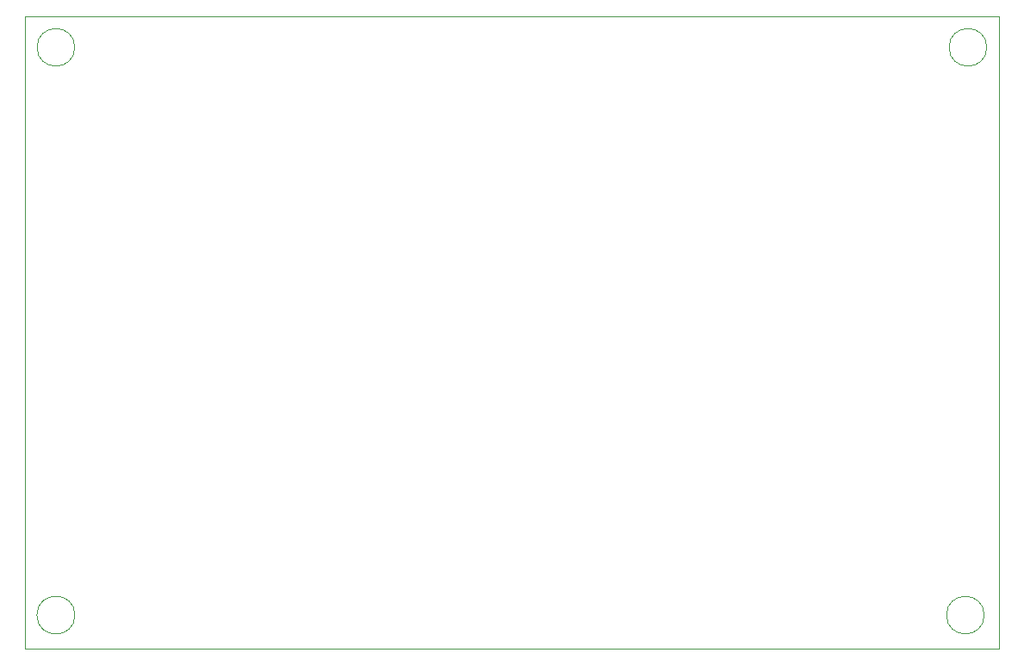
<source format=gbr>
G04 #@! TF.GenerationSoftware,KiCad,Pcbnew,(5.1.5)-3*
G04 #@! TF.CreationDate,2022-07-10T23:47:26+02:00*
G04 #@! TF.ProjectId,rgbw_12v_controller,72676277-5f31-4327-965f-636f6e74726f,rev?*
G04 #@! TF.SameCoordinates,Original*
G04 #@! TF.FileFunction,Profile,NP*
%FSLAX46Y46*%
G04 Gerber Fmt 4.6, Leading zero omitted, Abs format (unit mm)*
G04 Created by KiCad (PCBNEW (5.1.5)-3) date 2022-07-10 23:47:26*
%MOMM*%
%LPD*%
G04 APERTURE LIST*
%ADD10C,0.050000*%
%ADD11C,0.100000*%
G04 APERTURE END LIST*
D10*
X106768510Y-105918000D02*
G75*
G03X106768510Y-105918000I-1866510J0D01*
G01*
X106751147Y-50038000D02*
G75*
G03X106751147Y-50038000I-1849147J0D01*
G01*
X196413147Y-50038000D02*
G75*
G03X196413147Y-50038000I-1849147J0D01*
G01*
X196159148Y-105918000D02*
G75*
G03X196159148Y-105918000I-1849148J0D01*
G01*
D11*
X197612000Y-46990000D02*
X197612000Y-109220000D01*
X101854000Y-46990000D02*
X197612000Y-46990000D01*
X101854000Y-109220000D02*
X101854000Y-46990000D01*
X197612000Y-109220000D02*
X101854000Y-109220000D01*
M02*

</source>
